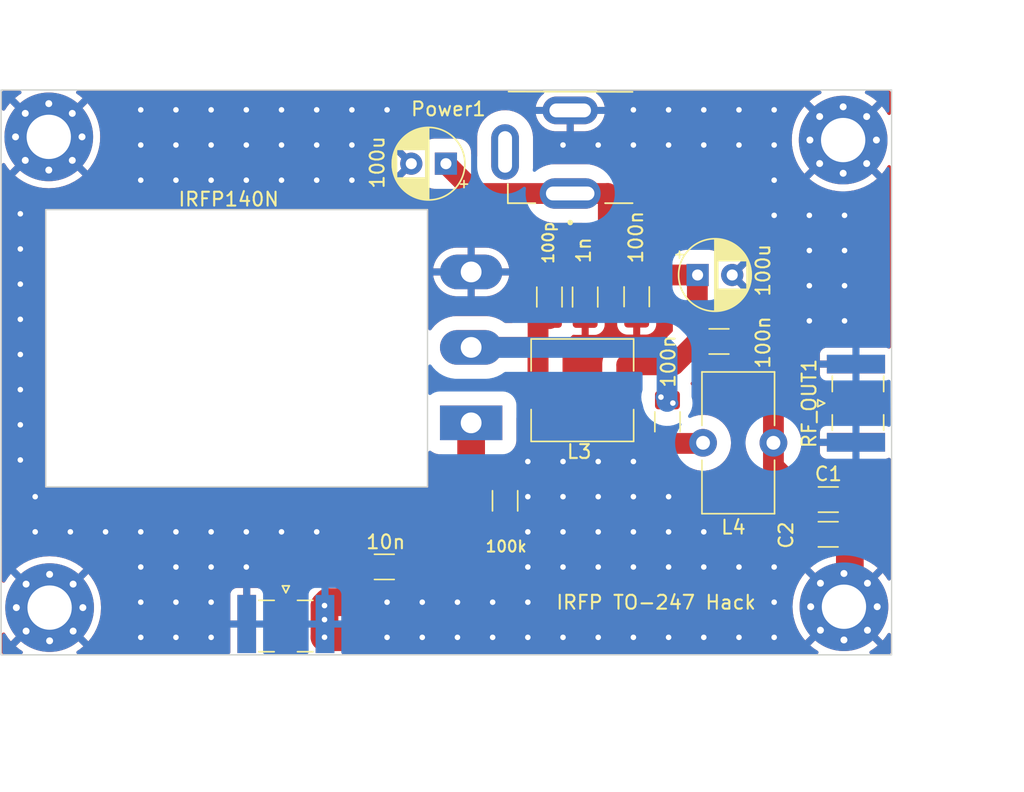
<source format=kicad_pcb>
(kicad_pcb (version 20221018) (generator pcbnew)
  (layers (0 "F.Cu" signal) (31 "B.Cu" signal) (35 "F.Paste" user) (37 "F.SilkS" user "F.Silkscreen") (38 "B.Mask" user) (39 "F.Mask" user) (44 "Edge.Cuts" user))
  (net 0 "")
  (net 1 "GND")
  (net 2 "+VDC")
  (net 3 "Net-(Q1-G)")
  (net 4 "Net-(C7-Pad1)")
  (net 5 "/DRAIN")
  (net 6 "Net-(RF_OUT1-In)")
  (net 8 "Net-(RF_IN1-In)")
  (footprint "Capacitor_SMD:C_1206_3216Metric_Pad1.33x1.80mm_HandSolder" (layer "F.Cu") (at 190.87 86.8025 90)
    (fp_text reference "C7" hide)
    (fp_text value "100n" (at 4.36 0.06 90) (layer "F.SilkS"))
    (pad "1" smd roundrect (at -1.5625 0 90) (size 1.325 1.8) (layers "F.Cu" "F.Paste" "F.Mask") (roundrect_rratio 0.1886792453) (net 4 "Net-(C7-Pad1)"))
    (pad "2" smd roundrect (at 1.5625 0 90) (size 1.325 1.8) (layers "F.Cu" "F.Paste" "F.Mask") (roundrect_rratio 0.1886792453) (net 5 "/DRAIN"))
  )
  (footprint "Capacitor_THT:CP_Radial_D5.0mm_P2.50mm" (layer "F.Cu") (at 193.044888 76.2)
    (fp_text reference "C5" hide)
    (fp_text value "100u" (at 4.7256 -0.3424 90) (layer "F.SilkS"))
    (pad "1" thru_hole rect (at 0 0) (size 1.6 1.6) (drill 0.8) (layers "*.Cu" "*.Mask") (net 2 "+VDC"))
    (pad "2" thru_hole circle (at 2.5 0) (size 1.6 1.6) (drill 0.8) (layers "*.Cu" "*.Mask") (net 1 "GND"))
  )
  (footprint "Inductor_THT:L_Toroid_Vertical_L10.0mm_W5.0mm_P5.08mm" (layer "F.Cu") (at 193.44 88.32 90)
    (fp_text reference "L4" (at -6.1 2.19 180) (layer "F.SilkS"))
    (fp_text value "240n" hide)
    (pad "1" thru_hole circle (at 0 0 90) (size 2 2) (drill 1) (layers "*.Cu" "*.Mask") (net 4 "Net-(C7-Pad1)"))
    (pad "2" thru_hole circle (at 0 5.08 90) (size 2 2) (drill 1) (layers "*.Cu" "*.Mask") (net 6 "Net-(RF_OUT1-In)"))
  )
  (footprint "MountingHole:MountingHole_3.2mm_M3_Pad_Via" (layer "F.Cu") (at 146.272944 100.222944)
    (fp_text reference "H3" hide)
    (fp_text value "MountingHole_Pad" hide)
    (pad "1" thru_hole circle (at -2.4 0) (size 0.8 0.8) (drill 0.5) (layers "*.Cu" "*.Mask") (net 1 "GND"))
    (pad "1" thru_hole circle (at -1.697056 -1.697056) (size 0.8 0.8) (drill 0.5) (layers "*.Cu" "*.Mask") (net 1 "GND"))
    (pad "1" thru_hole circle (at -1.697056 1.697056) (size 0.8 0.8) (drill 0.5) (layers "*.Cu" "*.Mask") (net 1 "GND"))
    (pad "1" thru_hole circle (at 0 -2.4) (size 0.8 0.8) (drill 0.5) (layers "*.Cu" "*.Mask") (net 1 "GND"))
    (pad "1" thru_hole circle (at 0 0) (size 6.4 6.4) (drill 3.2) (layers "*.Cu" "*.Mask") (net 1 "GND"))
    (pad "1" thru_hole circle (at 0 2.4) (size 0.8 0.8) (drill 0.5) (layers "*.Cu" "*.Mask") (net 1 "GND"))
    (pad "1" thru_hole circle (at 1.697056 -1.697056) (size 0.8 0.8) (drill 0.5) (layers "*.Cu" "*.Mask") (net 1 "GND"))
    (pad "1" thru_hole circle (at 1.697056 1.697056) (size 0.8 0.8) (drill 0.5) (layers "*.Cu" "*.Mask") (net 1 "GND"))
    (pad "1" thru_hole circle (at 2.4 0) (size 0.8 0.8) (drill 0.5) (layers "*.Cu" "*.Mask") (net 1 "GND"))
  )
  (footprint "Capacitor_SMD:C_1206_3216Metric_Pad1.33x1.80mm_HandSolder" (layer "F.Cu") (at 184.93 77.7925 -90)
    (fp_text reference "C17" hide)
    (fp_text value "1n" (at -3.3825 0.11 -270) (layer "F.SilkS"))
    (pad "1" smd roundrect (at -1.5625 0 270) (size 1.325 1.8) (layers "F.Cu" "F.Paste" "F.Mask") (roundrect_rratio 0.1886792453) (net 2 "+VDC"))
    (pad "2" smd roundrect (at 1.5625 0 270) (size 1.325 1.8) (layers "F.Cu" "F.Paste" "F.Mask") (roundrect_rratio 0.1886792453) (net 1 "GND"))
  )
  (footprint "Connector_Coaxial:SMA_Samtec_SMA-J-P-X-ST-EM1_EdgeMount" (layer "F.Cu") (at 204.4775 85.46 90)
    (fp_text reference "RF_OUT1" (at -0.02 -3.3775 90) (layer "F.SilkS"))
    (fp_text value "SMA" hide)
    (pad "1" smd rect (at 0 0.2 90) (size 1.27 3.6) (layers "F.Cu" "F.Paste" "F.Mask") (net 6 "Net-(RF_OUT1-In)"))
    (pad "2" smd rect (at -2.825 0 90) (size 1.35 4.2) (layers "F.Cu" "F.Paste" "F.Mask") (net 1 "GND"))
    (pad "2" smd rect (at -2.825 0 90) (size 1.35 4.2) (layers "B.Cu" "B.Paste" "B.Mask") (net 1 "GND"))
    (pad "2" smd rect (at 2.825 0 90) (size 1.35 4.2) (layers "F.Cu" "F.Paste" "F.Mask") (net 1 "GND"))
    (pad "2" smd rect (at 2.825 0 90) (size 1.35 4.2) (layers "B.Cu" "B.Paste" "B.Mask") (net 1 "GND"))
  )
  (footprint "Resistor_SMD:R_1206_3216Metric_Pad1.30x1.75mm_HandSolder" (layer "F.Cu") (at 179.15 92.51 -90)
    (fp_text reference "R1" hide)
    (fp_text value "100k" (at 3.302 -0.075) (layer "F.SilkS") (effects (font (size 0.8 0.8))))
    (pad "1" smd roundrect (at -1.55 0 270) (size 1.3 1.75) (layers "F.Cu" "F.Paste" "F.Mask") (roundrect_rratio 0.1923076923) (net 3 "Net-(Q1-G)"))
    (pad "2" smd roundrect (at 1.55 0 270) (size 1.3 1.75) (layers "F.Cu" "F.Paste" "F.Mask") (roundrect_rratio 0.1923076923) (net 1 "GND"))
  )
  (footprint "Capacitor_SMD:C_1206_3216Metric_Pad1.33x1.80mm_HandSolder" (layer "F.Cu") (at 188.65 77.77 -90)
    (fp_text reference "C14" hide)
    (fp_text value "100n" (at -4.3 0.06 90) (layer "F.SilkS"))
    (pad "1" smd roundrect (at -1.5625 0 270) (size 1.325 1.8) (layers "F.Cu" "F.Paste" "F.Mask") (roundrect_rratio 0.1886792453) (net 2 "+VDC"))
    (pad "2" smd roundrect (at 1.5625 0 270) (size 1.325 1.8) (layers "F.Cu" "F.Paste" "F.Mask") (roundrect_rratio 0.1886792453) (net 1 "GND"))
  )
  (footprint "footprints:XKB_DC-005-5A-2.0_Modded" (layer "F.Cu") (at 183.85 64.3125 -90)
    (fp_text reference "Power1" (at -0.1013 8.7932) (layer "F.SilkS"))
    (fp_text value "DC-005 (Barrel Jack)" hide)
    (pad "1" thru_hole oval (at 6 0 270) (size 2.2 4.4) (drill oval 1 3.5) (layers "*.Cu" "*.Mask") (net 2 "+VDC"))
    (pad "2" thru_hole oval (at 0 0 270) (size 2 4) (drill oval 1 3) (layers "*.Cu" "*.Mask") (net 1 "GND"))
    (pad "3" thru_hole oval (at 3 4.7 270) (size 4 2) (drill oval 3 1) (layers "*.Cu" "*.Mask"))
  )
  (footprint "Capacitor_THT:CP_Radial_D5.0mm_P2.50mm" (layer "F.Cu") (at 174.88 68.16 180)
    (fp_text reference "C15" hide)
    (fp_text value "100u" (at 4.954 0.088 90) (layer "F.SilkS"))
    (pad "1" thru_hole rect (at 0 0 180) (size 1.6 1.6) (drill 0.8) (layers "*.Cu" "*.Mask") (net 2 "+VDC"))
    (pad "2" thru_hole circle (at 2.5 0 180) (size 1.6 1.6) (drill 0.8) (layers "*.Cu" "*.Mask") (net 1 "GND"))
  )
  (footprint "MountingHole:MountingHole_3.2mm_M3_Pad_Via" (layer "F.Cu") (at 203.61 100.16)
    (fp_text reference "H4" hide)
    (fp_text value "MountingHole_Pad" hide)
    (pad "1" thru_hole circle (at -2.4 0) (size 0.8 0.8) (drill 0.5) (layers "*.Cu" "*.Mask") (net 1 "GND"))
    (pad "1" thru_hole circle (at -1.697056 -1.697056) (size 0.8 0.8) (drill 0.5) (layers "*.Cu" "*.Mask") (net 1 "GND"))
    (pad "1" thru_hole circle (at -1.697056 1.697056) (size 0.8 0.8) (drill 0.5) (layers "*.Cu" "*.Mask") (net 1 "GND"))
    (pad "1" thru_hole circle (at 0 -2.4) (size 0.8 0.8) (drill 0.5) (layers "*.Cu" "*.Mask") (net 1 "GND"))
    (pad "1" thru_hole circle (at 0 0) (size 6.4 6.4) (drill 3.2) (layers "*.Cu" "*.Mask") (net 1 "GND"))
    (pad "1" thru_hole circle (at 0 2.4) (size 0.8 0.8) (drill 0.5) (layers "*.Cu" "*.Mask") (net 1 "GND"))
    (pad "1" thru_hole circle (at 1.697056 -1.697056) (size 0.8 0.8) (drill 0.5) (layers "*.Cu" "*.Mask") (net 1 "GND"))
    (pad "1" thru_hole circle (at 1.697056 1.697056) (size 0.8 0.8) (drill 0.5) (layers "*.Cu" "*.Mask") (net 1 "GND"))
    (pad "1" thru_hole circle (at 2.4 0) (size 0.8 0.8) (drill 0.5) (layers "*.Cu" "*.Mask") (net 1 "GND"))
  )
  (footprint "Capacitor_SMD:C_1206_3216Metric_Pad1.33x1.80mm_HandSolder" (layer "F.Cu") (at 202.48 92.42)
    (fp_text reference "C1" (at 0 -1.85) (layer "F.SilkS"))
    (fp_text value "470p" hide)
    (pad "1" smd roundrect (at -1.5625 0) (size 1.325 1.8) (layers "F.Cu" "F.Paste" "F.Mask") (roundrect_rratio 0.1886792453) (net 6 "Net-(RF_OUT1-In)"))
    (pad "2" smd roundrect (at 1.5625 0) (size 1.325 1.8) (layers "F.Cu" "F.Paste" "F.Mask") (roundrect_rratio 0.1886792453) (net 1 "GND"))
  )
  (footprint "Connector_Coaxial:SMA_Samtec_SMA-J-P-X-ST-EM1_EdgeMount" (layer "F.Cu") (at 163.325 101.41)
    (fp_text reference "RF_IN1" hide)
    (fp_text value "SMA" hide)
    (pad "1" smd rect (at 0 0.2) (size 1.27 3.6) (layers "F.Cu" "F.Paste" "F.Mask") (net 8 "Net-(RF_IN1-In)"))
    (pad "2" smd rect (at -2.825 0) (size 1.35 4.2) (layers "F.Cu" "F.Paste" "F.Mask") (net 1 "GND"))
    (pad "2" smd rect (at -2.825 0) (size 1.35 4.2) (layers "B.Cu" "B.Paste" "B.Mask") (net 1 "GND"))
    (pad "2" smd rect (at 2.825 0) (size 1.35 4.2) (layers "F.Cu" "F.Paste" "F.Mask") (net 1 "GND"))
    (pad "2" smd rect (at 2.825 0) (size 1.35 4.2) (layers "B.Cu" "B.Paste" "B.Mask") (net 1 "GND"))
  )
  (footprint "footprints:TO-247-3_Horizontal_TabDown_Modded" (layer "F.Cu") (at 176.7 86.88 90)
    (fp_text reference "Q1" hide)
    (fp_text value "IRFP140N" (at 16.15 -17.5 180) (layer "F.SilkS"))
    (pad "" np_thru_hole oval (at 5.45 -19.86 90) (size 3.6 3.6) (drill 3.6) (layers "*.Cu" "*.Mask"))
    (pad "1" thru_hole rect (at 0 0 90) (size 2.5 4.5) (drill 1.5) (layers "*.Cu" "*.Mask") (net 3 "Net-(Q1-G)"))
    (pad "2" thru_hole oval (at 5.45 0 90) (size 2.5 4.5) (drill 1.5) (layers "*.Cu" "*.Mask") (net 5 "/DRAIN"))
    (pad "3" thru_hole oval (at 10.9 0 90) (size 2.5 4.5) (drill 1.5) (layers "*.Cu" "*.Mask") (net 1 "GND"))
  )
  (footprint "Capacitor_SMD:C_1206_3216Metric_Pad1.33x1.80mm_HandSolder" (layer "F.Cu") (at 182.35 77.79 90)
    (fp_text reference "C3" hide)
    (fp_text value "100p" (at 3.92 -0.08 90) (layer "F.SilkS") (effects (font (size 0.8 0.8))))
    (pad "1" smd roundrect (at -1.5625 0 90) (size 1.325 1.8) (layers "F.Cu" "F.Paste" "F.Mask") (roundrect_rratio 0.1886792453) (net 5 "/DRAIN"))
    (pad "2" smd roundrect (at 1.5625 0 90) (size 1.325 1.8) (layers "F.Cu" "F.Paste" "F.Mask") (roundrect_rratio 0.1886792453) (net 1 "GND"))
  )
  (footprint "Capacitor_SMD:C_1206_3216Metric_Pad1.33x1.80mm_HandSolder" (layer "F.Cu") (at 194.59 81)
    (fp_text reference "C6" hide)
    (fp_text value "100n" (at 3.18 0.07 90) (layer "F.SilkS"))
    (pad "1" smd roundrect (at -1.5625 0) (size 1.325 1.8) (layers "F.Cu" "F.Paste" "F.Mask") (roundrect_rratio 0.1886792453) (net 2 "+VDC"))
    (pad "2" smd roundrect (at 1.5625 0) (size 1.325 1.8) (layers "F.Cu" "F.Paste" "F.Mask") (roundrect_rratio 0.1886792453) (net 1 "GND"))
  )
  (footprint "MountingHole:MountingHole_3.2mm_M3_Pad_Via" (layer "F.Cu") (at 146.212944 66.222944)
    (fp_text reference "H1" hide)
    (fp_text value "MountingHole_Pad" hide)
    (pad "1" thru_hole circle (at -2.4 0) (size 0.8 0.8) (drill 0.5) (layers "*.Cu" "*.Mask") (net 1 "GND"))
    (pad "1" thru_hole circle (at -1.697056 -1.697056) (size 0.8 0.8) (drill 0.5) (layers "*.Cu" "*.Mask") (net 1 "GND"))
    (pad "1" thru_hole circle (at -1.697056 1.697056) (size 0.8 0.8) (drill 0.5) (layers "*.Cu" "*.Mask") (net 1 "GND"))
    (pad "1" thru_hole circle (at 0 -2.4) (size 0.8 0.8) (drill 0.5) (layers "*.Cu" "*.Mask") (net 1 "GND"))
    (pad "1" thru_hole circle (at 0 0) (size 6.4 6.4) (drill 3.2) (layers "*.Cu" "*.Mask") (net 1 "GND"))
    (pad "1" thru_hole circle (at 0 2.4) (size 0.8 0.8) (drill 0.5) (layers "*.Cu" "*.Mask") (net 1 "GND"))
    (pad "1" thru_hole circle (at 1.697056 -1.697056) (size 0.8 0.8) (drill 0.5) (layers "*.Cu" "*.Mask") (net 1 "GND"))
    (pad "1" thru_hole circle (at 1.697056 1.697056) (size 0.8 0.8) (drill 0.5) (layers "*.Cu" "*.Mask") (net 1 "GND"))
    (pad "1" thru_hole circle (at 2.4 0) (size 0.8 0.8) (drill 0.5) (layers "*.Cu" "*.Mask") (net 1 "GND"))
  )
  (footprint "Capacitor_SMD:C_1206_3216Metric_Pad1.33x1.80mm_HandSolder" (layer "F.Cu") (at 170.434 97.282)
    (fp_text reference "C19" hide)
    (fp_text value "10n" (at 0.1 -1.8) (layer "F.SilkS"))
    (pad "1" smd roundrect (at -1.5625 0) (size 1.325 1.8) (layers "F.Cu" "F.Paste" "F.Mask") (roundrect_rratio 0.1886792453) (net 8 "Net-(RF_IN1-In)"))
    (pad "2" smd roundrect (at 1.5625 0) (size 1.325 1.8) (layers "F.Cu" "F.Paste" "F.Mask") (roundrect_rratio 0.1886792453) (net 3 "Net-(Q1-G)"))
  )
  (footprint "Capacitor_SMD:C_1206_3216Metric_Pad1.33x1.80mm_HandSolder" (layer "F.Cu") (at 202.4725 94.93)
    (fp_text reference "C2" (at -3.0425 0.06 90) (layer "F.SilkS"))
    (fp_text value "Trim" hide)
    (pad "1" smd roundrect (at -1.5625 0) (size 1.325 1.8) (layers "F.Cu" "F.Paste" "F.Mask") (roundrect_rratio 0.1886792453) (net 6 "Net-(RF_OUT1-In)"))
    (pad "2" smd roundrect (at 1.5625 0) (size 1.325 1.8) (layers "F.Cu" "F.Paste" "F.Mask") (roundrect_rratio 0.1886792453) (net 1 "GND"))
  )
  (footprint "MountingHole:MountingHole_3.2mm_M3_Pad_Via" (layer "F.Cu") (at 203.552944 66.452944)
    (fp_text reference "H2" hide)
    (fp_text value "MountingHole_Pad" hide)
    (pad "1" thru_hole circle (at -2.4 0) (size 0.8 0.8) (drill 0.5) (layers "*.Cu" "*.Mask") (net 1 "GND"))
    (pad "1" thru_hole circle (at -1.697056 -1.697056) (size 0.8 0.8) (drill 0.5) (layers "*.Cu" "*.Mask") (net 1 "GND"))
    (pad "1" thru_hole circle (at -1.697056 1.697056) (size 0.8 0.8) (drill 0.5) (layers "*.Cu" "*.Mask") (net 1 "GND"))
    (pad "1" thru_hole circle (at 0 -2.4) (size 0.8 0.8) (drill 0.5) (layers "*.Cu" "*.Mask") (net 1 "GND"))
    (pad "1" thru_hole circle (at 0 0) (size 6.4 6.4) (drill 3.2) (layers "*.Cu" "*.Mask") (net 1 "GND"))
    (pad "1" thru_hole circle (at 0 2.4) (size 0.8 0.8) (drill 0.5) (layers "*.Cu" "*.Mask") (net 1 "GND"))
    (pad "1" thru_hole circle (at 1.697056 -1.697056) (size 0.8 0.8) (drill 0.5) (layers "*.Cu" "*.Mask") (net 1 "GND"))
    (pad "1" thru_hole circle (at 1.697056 1.697056) (size 0.8 0.8) (drill 0.5) (layers "*.Cu" "*.Mask") (net 1 "GND"))
    (pad "1" thru_hole circle (at 2.4 0) (size 0.8 0.8) (drill 0.5) (layers "*.Cu" "*.Mask") (net 1 "GND"))
  )
  (footprint "Inductor_SMD:L_7.3x7.3_H3.5" (layer "F.Cu") (at 184.73 84.52 180)
    (fp_text reference "L3" (at 0.23 -4.44) (layer "F.SilkS"))
    (fp_text value "3.3uH / 4.7uH" hide)
    (pad "1" smd rect (at -3.2 0 180) (size 1.5 2.2) (layers "F.Cu" "F.Paste" "F.Mask") (net 2 "+VDC"))
    (pad "2" smd rect (at 3.2 0 180) (size 1.5 2.2) (layers "F.Cu" "F.Paste" "F.Mask") (net 5 "/DRAIN"))
  )
  (gr_rect (start 142.773 62.835) (end 207.048 103.636) (stroke (width 0.1)) (fill none) (layer "Edge.Cuts"))
  (gr_rect (start 146 71.48) (end 173.55 91.5) (stroke (width 0.1)) (fill none) (layer "Edge.Cuts"))
  (gr_text "IRFP TO-247 Hack" (at 182.76 100.43) (layer "F.SilkS") (effects (font (size 1 1)) (justify left bottom)))
  (segment (start 204.035 94.93) (end 204.035 92.4275) (width 2) (layer "F.Cu") (net 1))
  (segment (start 166.116 102.362) (end 170.622364 102.362) (width 2) (layer "F.Cu") (net 1))
  (segment (start 170.632114 99.83175) (end 166.36025 99.83175) (width 2) (layer "F.Cu") (net 1))
  (segment (start 204.035 94.93) (end 204.035 99.735) (width 2) (layer "F.Cu") (net 1))
  (segment (start 170.622364 102.362) (end 170.632114 102.37175) (width 2) (layer "F.Cu") (net 1))
  (segment (start 204.035 92.4275) (end 204.0425 92.42) (width 2) (layer "F.Cu") (net 1))
  (segment (start 166.116 100.076) (end 166.116 102.362) (width 2) (layer "F.Cu") (net 1))
  (segment (start 166.36025 99.83175) (end 166.116 100.076) (width 2) (layer "F.Cu") (net 1))
  (via (at 165.552114 94.75175) (size 0.8) (drill 0.4) (layers "F.Cu" "B.Cu") (net 1))
  (via (at 157.932114 102.37175) (size 0.8) (drill 0.4) (layers "F.Cu" "B.Cu") (net 1))
  (via (at 185.872114 94.75175) (size 0.8) (drill 0.4) (layers "F.Cu" "B.Cu") (net 1))
  (via (at 188.412114 102.37175) (size 0.8) (drill 0.4) (layers "F.Cu" "B.Cu") (net 1))
  (via (at 193.492114 97.29175) (size 0.8) (drill 0.4) (layers "F.Cu" "B.Cu") (net 1))
  (via (at 203.652114 76.97175) (size 0.8) (drill 0.4) (layers "F.Cu" "B.Cu") (net 1))
  (via (at 193.492114 66.81175) (size 0.8) (drill 0.4) (layers "F.Cu" "B.Cu") (net 1))
  (via (at 198.572114 66.81175) (size 0.8) (drill 0.4) (layers "F.Cu" "B.Cu") (net 1))
  (via (at 201.112114 79.51175) (size 0.8) (drill 0.4) (layers "F.Cu" "B.Cu") (net 1))
  (via (at 163.012114 94.75175) (size 0.8) (drill 0.4) (layers "F.Cu" "B.Cu") (net 1))
  (via (at 157.932114 94.75175) (size 0.8) (drill 0.4) (layers "F.Cu" "B.Cu") (net 1))
  (via (at 152.852114 66.81175) (size 0.8) (drill 0.4) (layers "F.Cu" "B.Cu") (net 1))
  (via (at 152.852114 99.83175) (size 0.8) (drill 0.4) (layers "F.Cu" "B.Cu") (net 1))
  (via (at 190.952114 102.37175) (size 0.8) (drill 0.4) (layers "F.Cu" "B.Cu") (net 1))
  (via (at 170.632114 99.83175) (size 0.8) (drill 0.4) (layers "F.Cu" "B.Cu") (net 1))
  (via (at 157.932114 99.83175) (size 0.8) (drill 0.4) (layers "F.Cu" "B.Cu") (net 1))
  (via (at 145.232114 92.21175) (size 0.8) (drill 0.4) (layers "F.Cu" "B.Cu") (net 1))
  (via (at 190.952114 64.27175) (size 0.8) (drill 0.4) (layers "F.Cu" "B.Cu") (net 1))
  (via (at 203.652114 74.43175) (size 0.8) (drill 0.4) (layers "F.Cu" "B.Cu") (net 1))
  (via (at 183.332114 92.21175) (size 0.8) (drill 0.4) (layers "F.Cu" "B.Cu") (net 1))
  (via (at 163.012114 64.27175) (size 0.8) (drill 0.4) (layers "F.Cu" "B.Cu") (net 1))
  (via (at 157.932114 97.29175) (size 0.8) (drill 0.4) (layers "F.Cu" "B.Cu") (net 1))
  (via (at 157.932114 66.81175) (size 0.8) (drill 0.4) (layers "F.Cu" "B.Cu") (net 1))
  (via (at 198.572114 97.29175) (size 0.8) (drill 0.4) (layers "F.Cu" "B.Cu") (net 1))
  (via (at 157.932114 69.35175) (size 0.8) (drill 0.4) (layers "F.Cu" "B.Cu") (net 1))
  (via (at 201.112114 74.43175) (size 0.8) (drill 0.4) (layers "F.Cu" "B.Cu") (net 1))
  (via (at 175.712114 102.37175) (size 0.8) (drill 0.4) (layers "F.Cu" "B.Cu") (net 1))
  (via (at 183.332114 89.67175) (size 0.8) (drill 0.4) (layers "F.Cu" "B.Cu") (net 1))
  (via (at 193.492114 64.27175) (size 0.8) (drill 0.4) (layers "F.Cu" "B.Cu") (net 1))
  (via (at 178.252114 99.83175) (size 0.8) (drill 0.4) (layers "F.Cu" "B.Cu") (net 1))
  (via (at 180.792114 102.37175) (size 0.8) (drill 0.4) (layers "F.Cu" "B.Cu") (net 1))
  (via (at 168.092114 64.27175) (size 0.8) (drill 0.4) (layers "F.Cu" "B.Cu") (net 1))
  (via (at 155.392114 102.37175) (size 0.8) (drill 0.4) (layers "F.Cu" "B.Cu") (net 1))
  (via (at 196.032114 97.29175) (size 0.8) (drill 0.4) (layers "F.Cu" "B.Cu") (net 1))
  (via (at 201.112114 76.97175) (size 0.8) (drill 0.4) (layers "F.Cu" "B.Cu") (net 1))
  (via (at 188.412114 92.21175) (size 0.8) (drill 0.4) (layers "F.Cu" "B.Cu") (net 1))
  (via (at 190.952114 92.21175) (size 0.8) (drill 0.4) (layers "F.Cu" "B.Cu") (net 1))
  (via (at 198.572114 71.89175) (size 0.8) (drill 0.4) (layers "F.Cu" "B.Cu") (net 1))
  (via (at 173.172114 102.37175) (size 0.8) (drill 0.4) (layers "F.Cu" "B.Cu") (net 1))
  (via (at 183.332114 94.75175) (size 0.8) (drill 0.4) (layers "F.Cu" "B.Cu") (net 1))
  (via (at 144.16 81.94) (size 0.8) (drill 0.4) (layers "F.Cu" "B.Cu") (net 1))
  (via (at 185.872114 66.81175) (size 0.8) (drill 0.4) (layers "F.Cu" "B.Cu") (net 1))
  (via (at 180.792114 97.29175) (size 0.8) (drill 0.4) (layers "F.Cu" "B.Cu") (net 1))
  (via (at 144.16 71.78) (size 0.8) (drill 0.4) (layers "F.Cu" "B.Cu") (net 1))
  (via (at 190.952114 66.81175) (size 0.8) (drill 0.4) (layers "F.Cu" "B.Cu") (net 1))
  (via (at 144.16 89.56) (size 0.8) (drill 0.4) (layers "F.Cu" "B.Cu") (net 1))
  (via (at 201.112114 71.89175) (size 0.8) (drill 0.4) (layers "F.Cu" "B.Cu") (net 1))
  (via (at 190.952114 97.29175) (size 0.8) (drill 0.4) (layers "F.Cu" "B.Cu") (net 1))
  (via (at 155.392114 94.75175) (size 0.8) (drill 0.4) (layers "F.Cu" "B.Cu") (net 1))
  (via (at 183.332114 102.37175) (size 0.8) (drill 0.4) (layers "F.Cu" "B.Cu") (net 1))
  (via (at 193.492114 102.37175) (size 0.8) (drill 0.4) (layers "F.Cu" "B.Cu") (net 1))
  (via (at 198.572114 64.27175) (size 0.8) (drill 0.4) (layers "F.Cu" "B.Cu") (net 1))
  (via (at 168.092114 66.81175) (size 0.8) (drill 0.4) (layers "F.Cu" "B.Cu") (net 1))
  (via (at 196.032114 64.27175) (size 0.8) (drill 0.4) (layers "F.Cu" "B.Cu") (net 1))
  (via (at 196.032114 102.37175) (size 0.8) (drill 0.4) (layers "F.Cu" "B.Cu") (net 1))
  (via (at 155.392114 69.35175) (size 0.8) (drill 0.4) (layers "F.Cu" "B.Cu") (net 1))
  (via (at 198.572114 99.83175) (size 0.8) (drill 0.4) (layers "F.Cu" "B.Cu") (net 1))
  (via (at 185.872114 97.29175) (size 0.8) (drill 0.4) (layers "F.Cu" "B.Cu") (net 1))
  (via (at 152.852114 64.27175) (size 0.8) (drill 0.4) (layers "F.Cu" "B.Cu") (net 1))
  (via (at 160.472114 66.81175) (size 0.8) (drill 0.4) (layers "F.Cu" "B.Cu") (net 1))
  (via (at 152.852114 102.37175) (size 0.8) (drill 0.4) (layers "F.Cu" "B.Cu") (net 1))
  (via (at 166.116 101.092) (size 0.8) (drill 0.4) (layers "F.Cu" "B.Cu") (net 1))
  (via (at 190.952114 94.75175) (size 0.8) (drill 0.4) (layers "F.Cu" "B.Cu") (net 1))
  (via (at 152.852114 97.29175) (size 0.8) (drill 0.4) (layers "F.Cu" "B.Cu") (net 1))
  (via (at 185.872114 92.21175) (size 0.8) (drill 0.4) (layers "F.Cu" "B.Cu") (net 1))
  (via (at 198.572114 69.35175) (size 0.8) (drill 0.4) (layers "F.Cu" "B.Cu") (net 1))
  (via (at 155.392114 66.81175) (size 0.8) (drill 0.4) (layers "F.Cu" "B.Cu") (net 1))
  (via (at 163.012114 66.81175) (size 0.8) (drill 0.4) (layers "F.Cu" "B.Cu") (net 1))
  (via (at 163.012114 69.35175) (size 0.8) (drill 0.4) (layers "F.Cu" "B.Cu") (net 1))
  (via (at 188.412114 64.27175) (size 0.8) (drill 0.4) (layers "F.Cu" "B.Cu") (net 1))
  (via (at 160.472114 69.35175) (size 0.8) (drill 0.4) (layers "F.Cu" "B.Cu") (net 1))
  (via (at 185.872114 89.67175) (size 0.8) (drill 0.4) (layers "F.Cu" "B.Cu") (net 1))
  (via (at 196.032114 66.81175) (size 0.8) (drill 0.4) (layers "F.Cu" "B.Cu") (net 1))
  (via (at 180.792114 92.21175) (size 0.8) (drill 0.4) (layers "F.Cu" "B.Cu") (net 1))
  (via (at 160.472114 94.75175) (size 0.8) (drill 0.4) (layers "F.Cu" "B.Cu") (net 1))
  (via (at 170.632114 102.37175) (size 0.8) (drill 0.4) (layers "F.Cu" "B.Cu") (net 1))
  (via (at 155.392114 64.27175) (size 0.8) (drill 0.4) (layers "F.Cu" "B.Cu") (net 1))
  (via (at 144.16 79.4) (size 0.8) (drill 0.4) (layers "F.Cu" "B.Cu") (net 1))
  (via (at 144.16 74.32) (size 0.8) (drill 0.4) (layers "F.Cu" "B.Cu") (net 1))
  (via (at 147.772114 94.75175) (size 0.8) (drill 0.4) (layers "F.Cu" "B.Cu") (net 1))
  (via (at 203.652114 79.51175) (size 0.8) (drill 0.4) (layers "F.Cu" "B.Cu") (net 1))
  (via (at 180.792114 99.83175) (size 0.8) (drill 0.4) (layers "F.Cu" "B.Cu") (net 1))
  (via (at 155.392114 97.29175) (size 0.8) (drill 0.4) (layers "F.Cu" "B.Cu") (net 1))
  (via (at 183.332114 66.81175) (size 0.8) (drill 0.4) (layers "F.Cu" "B.Cu") (net 1))
  (via (at 155.392114 99.83175) (size 0.8) (drill 0.4) (layers "F.Cu" "B.Cu") (net 1))
  (via (at 173.172114 99.83175) (size 0.8) (drill 0.4) (layers "F.Cu" "B.Cu") (net 1))
  (via (at 188.412114 66.81175) (size 0.8) (drill 0.4) (layers "F.Cu" "B.Cu") (net 1))
  (via (at 165.552114 69.35175) (size 0.8) (drill 0.4) (layers "F.Cu" "B.Cu") (net 1))
  (via (at 193.492114 94.75175) (size 0.8) (drill 0.4) (layers "F.Cu" "B.Cu") (net 1))
  (via (at 160.472114 64.27175) (size 0.8) (drill 0.4) (layers "F.Cu" "B.Cu") (net 1))
  (via (at 145.232114 94.75175) (size 0.8) (drill 0.4) (layers "F.Cu" "B.Cu") (net 1))
  (via (at 157.932114 64.27175) (size 0.8) (drill 0.4) (layers "F.Cu" "B.Cu") (net 1))
  (via (at 144.16 76.86) (size 0.8) (drill 0.4) (layers "F.Cu" "B.Cu") (net 1))
  (via (at 152.852114 69.35175) (size 0.8) (drill 0.4) (layers "F.Cu" "B.Cu") (net 1))
  (via (at 152.852114 94.75175) (size 0.8) (drill 0.4) (layers "F.Cu" "B.Cu") (net 1))
  (via (at 188.412114 89.67175) (size 0.8) (drill 0.4) (layers "F.Cu" "B.Cu") (net 1))
  (via (at 168.092114 69.35175) (size 0.8) (drill 0.4) (layers "F.Cu" "B.Cu") (net 1))
  (via (at 203.652114 71.89175) (size 0.8) (drill 0.4) (layers "F.Cu" "B.Cu") (net 1))
  (via (at 188.412114 94.75175) (size 0.8) (drill 0.4) (layers "F.Cu" "B.Cu") (net 1))
  (via (at 178.252114 102.37175) (size 0.8) (drill 0.4) (layers "F.Cu" "B.Cu") (net 1))
  (via (at 170.632114 64.27175) (size 0.8) (drill 0.4) (layers "F.Cu" "B.Cu") (net 1))
  (via (at 166.116 100.076) (size 0.8) (drill 0.4) (layers "F.Cu" "B.Cu") (net 1))
  (via (at 180.792114 94.75175) (size 0.8) (drill 0.4) (layers "F.Cu" "B.Cu") (net 1))
  (via (at 160.472114 97.29175) (size 0.8) (drill 0.4) (layers "F.Cu" "B.Cu") (net 1))
  (via (at 144.16 87.02) (size 0.8) (drill 0.4) (layers "F.Cu" "B.Cu") (net 1))
  (via (at 165.552114 64.27175) (size 0.8) (drill 0.4) (layers "F.Cu" "B.Cu") (net 1))
  (via (at 175.712114 99.83175) (size 0.8) (drill 0.4) (layers "F.Cu" "B.Cu") (net 1))
  (via (at 150.312114 94.75175) (size 0.8) (drill 0.4) (layers "F.Cu" "B.Cu") (net 1))
  (via (at 165.552114 66.81175) (size 0.8) (drill 0.4) (layers "F.Cu" "B.Cu") (net 1))
  (via (at 166.116 102.362) (size 0.8) (drill 0.4) (layers "F.Cu" "B.Cu") (net 1))
  (via (at 144.16 84.48) (size 0.8) (drill 0.4) (layers "F.Cu" "B.Cu") (net 1))
  (via (at 188.412114 97.29175) (size 0.8) (drill 0.4) (layers "F.Cu" "B.Cu") (net 1))
  (via (at 180.792114 89.67175) (size 0.8) (drill 0.4) (layers "F.Cu" "B.Cu") (net 1))
  (via (at 183.332114 97.29175) (size 0.8) (drill 0.4) (layers "F.Cu" "B.Cu") (net 1))
  (via (at 198.572114 102.37175) (size 0.8) (drill 0.4) (layers "F.Cu" "B.Cu") (net 1))
  (via (at 185.872114 102.37175) (size 0.8) (drill 0.4) (layers "F.Cu" "B.Cu") (net 1))
  (segment (start 187.5 76.2) (end 193.044888 76.2) (width 1.5) (layer "F.Cu") (net 2))
  (segment (start 186.56 70.3125) (end 186.6 70.3525) (width 1.5) (layer "F.Cu") (net 2))
  (segment (start 186.6 76.23) (end 187.47 76.23) (width 1.5) (layer "F.Cu") (net 2))
  (segment (start 193.0275 81) (end 193.0275 76.217388) (width 1.5) (layer "F.Cu") (net 2))
  (segment (start 187.47 76.23) (end 187.5 76.2) (width 1.5) (layer "F.Cu") (net 2))
  (segment (start 187.47 76.23) (end 188.6275 76.23) (width 1.5) (layer "F.Cu") (net 2))
  (segment (start 183.85 70.3125) (end 177.0325 70.3125) (width 1.5) (layer "F.Cu") (net 2))
  (segment (start 187.93 82.69) (end 187.93 84.52) (width 1.5) (layer "F.Cu") (net 2))
  (segment (start 183.85 70.3125) (end 186.56 70.3125) (width 1.5) (layer "F.Cu") (net 2))
  (segment (start 193.0275 81) (end 191.3375 82.69) (width 1.5) (layer "F.Cu") (net 2))
  (segment (start 177.0325 70.3125) (end 174.88 68.16) (width 1.5) (layer "F.Cu") (net 2))
  (segment (start 184.93 76.23) (end 186.6 76.23) (width 1.5) (layer "F.Cu") (net 2))
  (segment (start 191.3375 82.69) (end 187.93 82.69) (width 1.5) (layer "F.Cu") (net 2))
  (segment (start 186.6 76.23) (end 186.6 70.3525) (width 1.5) (layer "F.Cu") (net 2))
  (segment (start 175.705 97.282) (end 171.9965 97.282) (width 2) (layer "F.Cu") (net 3))
  (segment (start 176.7 96.287) (end 175.705 97.282) (width 2) (layer "F.Cu") (net 3))
  (segment (start 176.7 90.96) (end 176.7 96.287) (width 2) (layer "F.Cu") (net 3))
  (segment (start 176.7 86.88) (end 176.7 90.96) (width 2) (layer "F.Cu") (net 3))
  (segment (start 179.15 90.96) (end 176.7 90.96) (width 2) (layer "F.Cu") (net 3))
  (segment (start 190.87 88.365) (end 193.395 88.365) (width 1.5) (layer "F.Cu") (net 4))
  (segment (start 176.7 81.43) (end 181.44 81.43) (width 1.5) (layer "F.Cu") (net 5))
  (segment (start 182.35 79.3525) (end 181.8775 79.3525) (width 1.5) (layer "F.Cu") (net 5))
  (segment (start 181.53 81.52) (end 181.53 84.52) (width 1.5) (layer "F.Cu") (net 5))
  (segment (start 181.44 81.43) (end 181.53 81.52) (width 1.5) (layer "F.Cu") (net 5))
  (segment (start 181.8775 79.3525) (end 181.53 79.7) (width 1.5) (layer "F.Cu") (net 5))
  (segment (start 181.53 79.7) (end 181.53 84.52) (width 1.5) (layer "F.Cu") (net 5))
  (via (at 190.4 85.02) (size 0.8) (drill 0.4) (layers "F.Cu" "B.Cu") (net 5))
  (via (at 191.26 85.45) (size 0.8) (drill 0.4) (layers "F.Cu" "B.Cu") (net 5))
  (segment (start 176.7 81.43) (end 190.59 81.43) (width 1.5) (layer "B.Cu") (net 5))
  (segment (start 190.59 81.43) (end 190.6 81.42) (width 1.5) (layer "B.Cu") (net 5))
  (segment (start 190.84 85.32) (end 190.85 85.33) (width 1.5) (layer "B.Cu") (net 5))
  (segment (start 190.6 81.42) (end 190.84 81.66) (width 1.5) (layer "B.Cu") (net 5))
  (segment (start 190.84 81.66) (end 190.84 85.32) (width 1.5) (layer "B.Cu") (net 5))
  (segment (start 204.6775 85.46) (end 199.17 85.46) (width 1.5) (layer "F.Cu") (net 6))
  (segment (start 198.52 86.11) (end 198.52 88.32) (width 1.5) (layer "F.Cu") (net 6))
  (segment (start 198.52 90.0225) (end 200.9175 92.42) (width 1.5) (layer "F.Cu") (net 6))
  (segment (start 200.9175 94.9225) (end 200.91 94.93) (width 1.5) (layer "F.Cu") (net 6))
  (segment (start 199.17 85.46) (end 198.52 86.11) (width 1.5) (layer "F.Cu") (net 6))
  (segment (start 198.52 88.32) (end 198.52 90.0225) (width 1.5) (layer "F.Cu") (net 6))
  (segment (start 200.9175 92.42) (end 200.9175 94.9225) (width 1.5) (layer "F.Cu") (net 6))
  (segment (start 163.325 98.015) (end 164.058 97.282) (width 1.5) (layer "F.Cu") (net 8))
  (segment (start 164.058 97.282) (end 168.8715 97.282) (width 1.5) (layer "F.Cu") (net 8))
  (segment (start 163.325 101.61) (end 163.325 98.015) (width 1.5) (layer "F.Cu") (net 8))
  (zone (net 1) (net_name "GND") (layer "F.Cu") (connect_pads (clearance 1.016)) (min_thickness 0.254) (fill yes (thermal_gap 0.508) (thermal_bridge_width 0.508))
    (polygon (pts (xy 207.15 103.696) (xy 142.7246 103.723) (xy 142.7346 62.8) (xy 207.16 62.773)))
  )
  (zone (net 1) (net_name "GND") (layer "B.Cu") (connect_pads (clearance 1.016)) (min_thickness 0.254) (fill yes (thermal_gap 0.508) (thermal_bridge_width 0.508))
    (polygon (pts (xy 207.055 103.656) (xy 142.8678 103.6398) (xy 142.692114 62.803373) (xy 206.879314 62.809573)))
  )
)
</source>
